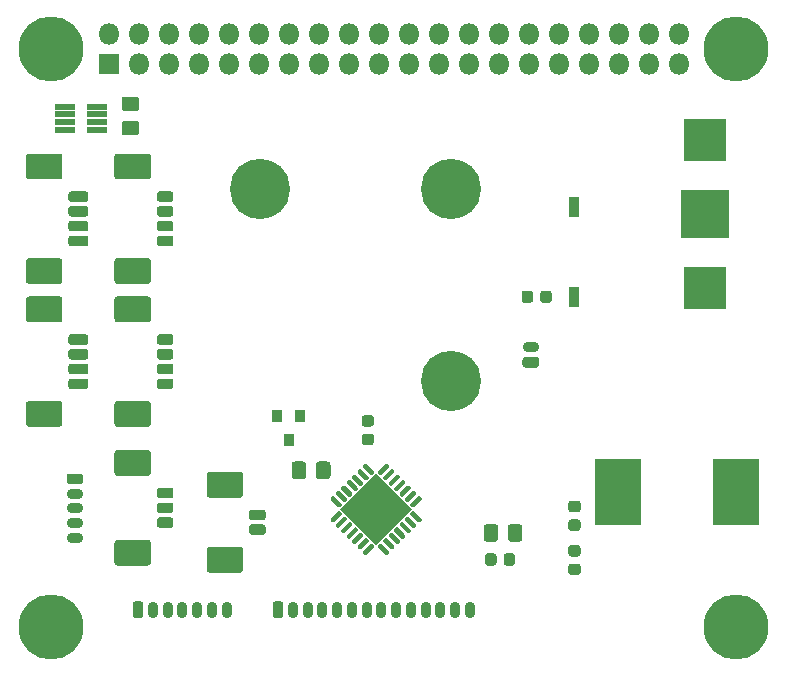
<source format=gts>
%TF.GenerationSoftware,KiCad,Pcbnew,5.1.6*%
%TF.CreationDate,2020-09-14T14:33:22+02:00*%
%TF.ProjectId,pi-shield,70692d73-6869-4656-9c64-2e6b69636164,rev?*%
%TF.SameCoordinates,Original*%
%TF.FileFunction,Soldermask,Top*%
%TF.FilePolarity,Negative*%
%FSLAX46Y46*%
G04 Gerber Fmt 4.6, Leading zero omitted, Abs format (unit mm)*
G04 Created by KiCad (PCBNEW 5.1.6) date 2020-09-14 14:33:22*
%MOMM*%
%LPD*%
G01*
G04 APERTURE LIST*
%ADD10R,3.600000X3.600000*%
%ADD11R,4.100000X4.100000*%
%ADD12R,3.950000X5.600000*%
%ADD13R,1.660000X0.500000*%
%ADD14C,0.900000*%
%ADD15C,5.100000*%
%ADD16C,5.500000*%
%ADD17R,1.800000X1.800000*%
%ADD18O,1.800000X1.800000*%
%ADD19O,1.400000X0.900000*%
%ADD20C,0.100000*%
%ADD21R,0.860000X1.700000*%
%ADD22R,0.900000X1.000000*%
%ADD23O,0.900000X1.400000*%
G04 APERTURE END LIST*
D10*
%TO.C,BT1*%
X95350000Y-60300000D03*
X95350000Y-47700000D03*
D11*
X95350000Y-54000000D03*
%TD*%
D12*
%TO.C,L1*%
X97975000Y-77500000D03*
X88025000Y-77500000D03*
%TD*%
D13*
%TO.C,U2*%
X43850000Y-46880000D03*
X43850000Y-46230000D03*
X43850000Y-45570000D03*
X43850000Y-44920000D03*
X41150000Y-44920000D03*
X41150000Y-45570000D03*
X41150000Y-46230000D03*
X41150000Y-46880000D03*
%TD*%
%TO.C,C4*%
G36*
G01*
X46221738Y-44050000D02*
X47178262Y-44050000D01*
G75*
G02*
X47450000Y-44321738I0J-271738D01*
G01*
X47450000Y-45028262D01*
G75*
G02*
X47178262Y-45300000I-271738J0D01*
G01*
X46221738Y-45300000D01*
G75*
G02*
X45950000Y-45028262I0J271738D01*
G01*
X45950000Y-44321738D01*
G75*
G02*
X46221738Y-44050000I271738J0D01*
G01*
G37*
G36*
G01*
X46221738Y-46100000D02*
X47178262Y-46100000D01*
G75*
G02*
X47450000Y-46371738I0J-271738D01*
G01*
X47450000Y-47078262D01*
G75*
G02*
X47178262Y-47350000I-271738J0D01*
G01*
X46221738Y-47350000D01*
G75*
G02*
X45950000Y-47078262I0J271738D01*
G01*
X45950000Y-46371738D01*
G75*
G02*
X46221738Y-46100000I271738J0D01*
G01*
G37*
%TD*%
%TO.C,C6*%
G36*
G01*
X61600000Y-75221738D02*
X61600000Y-76178262D01*
G75*
G02*
X61328262Y-76450000I-271738J0D01*
G01*
X60621738Y-76450000D01*
G75*
G02*
X60350000Y-76178262I0J271738D01*
G01*
X60350000Y-75221738D01*
G75*
G02*
X60621738Y-74950000I271738J0D01*
G01*
X61328262Y-74950000D01*
G75*
G02*
X61600000Y-75221738I0J-271738D01*
G01*
G37*
G36*
G01*
X63650000Y-75221738D02*
X63650000Y-76178262D01*
G75*
G02*
X63378262Y-76450000I-271738J0D01*
G01*
X62671738Y-76450000D01*
G75*
G02*
X62400000Y-76178262I0J271738D01*
G01*
X62400000Y-75221738D01*
G75*
G02*
X62671738Y-74950000I271738J0D01*
G01*
X63378262Y-74950000D01*
G75*
G02*
X63650000Y-75221738I0J-271738D01*
G01*
G37*
%TD*%
%TO.C,D1*%
G36*
G01*
X79900000Y-80521738D02*
X79900000Y-81478262D01*
G75*
G02*
X79628262Y-81750000I-271738J0D01*
G01*
X78921738Y-81750000D01*
G75*
G02*
X78650000Y-81478262I0J271738D01*
G01*
X78650000Y-80521738D01*
G75*
G02*
X78921738Y-80250000I271738J0D01*
G01*
X79628262Y-80250000D01*
G75*
G02*
X79900000Y-80521738I0J-271738D01*
G01*
G37*
G36*
G01*
X77850000Y-80521738D02*
X77850000Y-81478262D01*
G75*
G02*
X77578262Y-81750000I-271738J0D01*
G01*
X76871738Y-81750000D01*
G75*
G02*
X76600000Y-81478262I0J271738D01*
G01*
X76600000Y-80521738D01*
G75*
G02*
X76871738Y-80250000I271738J0D01*
G01*
X77578262Y-80250000D01*
G75*
G02*
X77850000Y-80521738I0J-271738D01*
G01*
G37*
%TD*%
D14*
%TO.C,H1*%
X75175825Y-50574175D03*
X73850000Y-50025000D03*
X72524175Y-50574175D03*
X71975000Y-51900000D03*
X72524175Y-53225825D03*
X73850000Y-53775000D03*
X75175825Y-53225825D03*
X75725000Y-51900000D03*
D15*
X73850000Y-51900000D03*
%TD*%
%TO.C,H2*%
X73850000Y-68100000D03*
D14*
X75725000Y-68100000D03*
X75175825Y-69425825D03*
X73850000Y-69975000D03*
X72524175Y-69425825D03*
X71975000Y-68100000D03*
X72524175Y-66774175D03*
X73850000Y-66225000D03*
X75175825Y-66774175D03*
%TD*%
D15*
%TO.C,H3*%
X57650000Y-51900000D03*
D14*
X59525000Y-51900000D03*
X58975825Y-53225825D03*
X57650000Y-53775000D03*
X56324175Y-53225825D03*
X55775000Y-51900000D03*
X56324175Y-50574175D03*
X57650000Y-50025000D03*
X58975825Y-50574175D03*
%TD*%
%TO.C,H5*%
X41431891Y-87568109D03*
X40000000Y-86975000D03*
X38568109Y-87568109D03*
X37975000Y-89000000D03*
X38568109Y-90431891D03*
X40000000Y-91025000D03*
X41431891Y-90431891D03*
X42025000Y-89000000D03*
D16*
X40000000Y-89000000D03*
%TD*%
%TO.C,H6*%
X98000000Y-40000000D03*
D14*
X100025000Y-40000000D03*
X99431891Y-41431891D03*
X98000000Y-42025000D03*
X96568109Y-41431891D03*
X95975000Y-40000000D03*
X96568109Y-38568109D03*
X98000000Y-37975000D03*
X99431891Y-38568109D03*
%TD*%
%TO.C,H7*%
X99431891Y-87568109D03*
X98000000Y-86975000D03*
X96568109Y-87568109D03*
X95975000Y-89000000D03*
X96568109Y-90431891D03*
X98000000Y-91025000D03*
X99431891Y-90431891D03*
X100025000Y-89000000D03*
D16*
X98000000Y-89000000D03*
%TD*%
%TO.C,H8*%
X40000000Y-40000000D03*
D14*
X42025000Y-40000000D03*
X41431891Y-41431891D03*
X40000000Y-42025000D03*
X38568109Y-41431891D03*
X37975000Y-40000000D03*
X38568109Y-38568109D03*
X40000000Y-37975000D03*
X41431891Y-38568109D03*
%TD*%
D17*
%TO.C,J1*%
X44870000Y-41270000D03*
D18*
X44870000Y-38730000D03*
X47410000Y-41270000D03*
X47410000Y-38730000D03*
X49950000Y-41270000D03*
X49950000Y-38730000D03*
X52490000Y-41270000D03*
X52490000Y-38730000D03*
X55030000Y-41270000D03*
X55030000Y-38730000D03*
X57570000Y-41270000D03*
X57570000Y-38730000D03*
X60110000Y-41270000D03*
X60110000Y-38730000D03*
X62650000Y-41270000D03*
X62650000Y-38730000D03*
X65190000Y-41270000D03*
X65190000Y-38730000D03*
X67730000Y-41270000D03*
X67730000Y-38730000D03*
X70270000Y-41270000D03*
X70270000Y-38730000D03*
X72810000Y-41270000D03*
X72810000Y-38730000D03*
X75350000Y-41270000D03*
X75350000Y-38730000D03*
X77890000Y-41270000D03*
X77890000Y-38730000D03*
X80430000Y-41270000D03*
X80430000Y-38730000D03*
X82970000Y-41270000D03*
X82970000Y-38730000D03*
X85510000Y-41270000D03*
X85510000Y-38730000D03*
X88050000Y-41270000D03*
X88050000Y-38730000D03*
X90590000Y-41270000D03*
X90590000Y-38730000D03*
X93130000Y-41270000D03*
X93130000Y-38730000D03*
%TD*%
%TO.C,J4*%
G36*
G01*
X81075000Y-67000000D02*
X80125000Y-67000000D01*
G75*
G02*
X79900000Y-66775000I0J225000D01*
G01*
X79900000Y-66325000D01*
G75*
G02*
X80125000Y-66100000I225000J0D01*
G01*
X81075000Y-66100000D01*
G75*
G02*
X81300000Y-66325000I0J-225000D01*
G01*
X81300000Y-66775000D01*
G75*
G02*
X81075000Y-67000000I-225000J0D01*
G01*
G37*
D19*
X80600000Y-65300000D03*
%TD*%
%TO.C,U4*%
G36*
G01*
X63787689Y-80096015D02*
X63646267Y-79954594D01*
G75*
G02*
X63646267Y-79813172I70711J70711D01*
G01*
X64300341Y-79159098D01*
G75*
G02*
X64441763Y-79159098I70711J-70711D01*
G01*
X64583185Y-79300520D01*
G75*
G02*
X64583185Y-79441942I-70711J-70711D01*
G01*
X63929111Y-80096016D01*
G75*
G02*
X63787689Y-80096016I-70711J70711D01*
G01*
G37*
G36*
G01*
X64247309Y-80555635D02*
X64105887Y-80414214D01*
G75*
G02*
X64105887Y-80272792I70711J70711D01*
G01*
X64759961Y-79618718D01*
G75*
G02*
X64901383Y-79618718I70711J-70711D01*
G01*
X65042805Y-79760140D01*
G75*
G02*
X65042805Y-79901562I-70711J-70711D01*
G01*
X64388731Y-80555636D01*
G75*
G02*
X64247309Y-80555636I-70711J70711D01*
G01*
G37*
G36*
G01*
X64706928Y-81015254D02*
X64565506Y-80873833D01*
G75*
G02*
X64565506Y-80732411I70711J70711D01*
G01*
X65219580Y-80078337D01*
G75*
G02*
X65361002Y-80078337I70711J-70711D01*
G01*
X65502424Y-80219759D01*
G75*
G02*
X65502424Y-80361181I-70711J-70711D01*
G01*
X64848350Y-81015255D01*
G75*
G02*
X64706928Y-81015255I-70711J70711D01*
G01*
G37*
G36*
G01*
X65166548Y-81474873D02*
X65025126Y-81333452D01*
G75*
G02*
X65025126Y-81192030I70711J70711D01*
G01*
X65679200Y-80537956D01*
G75*
G02*
X65820622Y-80537956I70711J-70711D01*
G01*
X65962044Y-80679378D01*
G75*
G02*
X65962044Y-80820800I-70711J-70711D01*
G01*
X65307970Y-81474874D01*
G75*
G02*
X65166548Y-81474874I-70711J70711D01*
G01*
G37*
G36*
G01*
X65626167Y-81934493D02*
X65484745Y-81793072D01*
G75*
G02*
X65484745Y-81651650I70711J70711D01*
G01*
X66138819Y-80997576D01*
G75*
G02*
X66280241Y-80997576I70711J-70711D01*
G01*
X66421663Y-81138998D01*
G75*
G02*
X66421663Y-81280420I-70711J-70711D01*
G01*
X65767589Y-81934494D01*
G75*
G02*
X65626167Y-81934494I-70711J70711D01*
G01*
G37*
G36*
G01*
X66085786Y-82394112D02*
X65944364Y-82252691D01*
G75*
G02*
X65944364Y-82111269I70711J70711D01*
G01*
X66598438Y-81457195D01*
G75*
G02*
X66739860Y-81457195I70711J-70711D01*
G01*
X66881282Y-81598617D01*
G75*
G02*
X66881282Y-81740039I-70711J-70711D01*
G01*
X66227208Y-82394113D01*
G75*
G02*
X66085786Y-82394113I-70711J70711D01*
G01*
G37*
G36*
G01*
X66545406Y-82853732D02*
X66403984Y-82712311D01*
G75*
G02*
X66403984Y-82570889I70711J70711D01*
G01*
X67058058Y-81916815D01*
G75*
G02*
X67199480Y-81916815I70711J-70711D01*
G01*
X67340902Y-82058237D01*
G75*
G02*
X67340902Y-82199659I-70711J-70711D01*
G01*
X66686828Y-82853733D01*
G75*
G02*
X66545406Y-82853733I-70711J70711D01*
G01*
G37*
G36*
G01*
X68313173Y-82853732D02*
X67659098Y-82199659D01*
G75*
G02*
X67659098Y-82058237I70711J70711D01*
G01*
X67800520Y-81916815D01*
G75*
G02*
X67941942Y-81916815I70711J-70711D01*
G01*
X68596016Y-82570889D01*
G75*
G02*
X68596016Y-82712311I-70711J-70711D01*
G01*
X68454594Y-82853733D01*
G75*
G02*
X68313172Y-82853733I-70711J70711D01*
G01*
G37*
G36*
G01*
X68772793Y-82394112D02*
X68118718Y-81740039D01*
G75*
G02*
X68118718Y-81598617I70711J70711D01*
G01*
X68260140Y-81457195D01*
G75*
G02*
X68401562Y-81457195I70711J-70711D01*
G01*
X69055636Y-82111269D01*
G75*
G02*
X69055636Y-82252691I-70711J-70711D01*
G01*
X68914214Y-82394113D01*
G75*
G02*
X68772792Y-82394113I-70711J70711D01*
G01*
G37*
G36*
G01*
X69232412Y-81934493D02*
X68578337Y-81280420D01*
G75*
G02*
X68578337Y-81138998I70711J70711D01*
G01*
X68719759Y-80997576D01*
G75*
G02*
X68861181Y-80997576I70711J-70711D01*
G01*
X69515255Y-81651650D01*
G75*
G02*
X69515255Y-81793072I-70711J-70711D01*
G01*
X69373833Y-81934494D01*
G75*
G02*
X69232411Y-81934494I-70711J70711D01*
G01*
G37*
G36*
G01*
X69692031Y-81474873D02*
X69037956Y-80820800D01*
G75*
G02*
X69037956Y-80679378I70711J70711D01*
G01*
X69179378Y-80537956D01*
G75*
G02*
X69320800Y-80537956I70711J-70711D01*
G01*
X69974874Y-81192030D01*
G75*
G02*
X69974874Y-81333452I-70711J-70711D01*
G01*
X69833452Y-81474874D01*
G75*
G02*
X69692030Y-81474874I-70711J70711D01*
G01*
G37*
G36*
G01*
X70151651Y-81015254D02*
X69497576Y-80361181D01*
G75*
G02*
X69497576Y-80219759I70711J70711D01*
G01*
X69638998Y-80078337D01*
G75*
G02*
X69780420Y-80078337I70711J-70711D01*
G01*
X70434494Y-80732411D01*
G75*
G02*
X70434494Y-80873833I-70711J-70711D01*
G01*
X70293072Y-81015255D01*
G75*
G02*
X70151650Y-81015255I-70711J70711D01*
G01*
G37*
G36*
G01*
X70611270Y-80555635D02*
X69957195Y-79901562D01*
G75*
G02*
X69957195Y-79760140I70711J70711D01*
G01*
X70098617Y-79618718D01*
G75*
G02*
X70240039Y-79618718I70711J-70711D01*
G01*
X70894113Y-80272792D01*
G75*
G02*
X70894113Y-80414214I-70711J-70711D01*
G01*
X70752691Y-80555636D01*
G75*
G02*
X70611269Y-80555636I-70711J70711D01*
G01*
G37*
G36*
G01*
X71070890Y-80096015D02*
X70416815Y-79441942D01*
G75*
G02*
X70416815Y-79300520I70711J70711D01*
G01*
X70558237Y-79159098D01*
G75*
G02*
X70699659Y-79159098I70711J-70711D01*
G01*
X71353733Y-79813172D01*
G75*
G02*
X71353733Y-79954594I-70711J-70711D01*
G01*
X71212311Y-80096016D01*
G75*
G02*
X71070889Y-80096016I-70711J70711D01*
G01*
G37*
G36*
G01*
X70558237Y-78840901D02*
X70416815Y-78699480D01*
G75*
G02*
X70416815Y-78558058I70711J70711D01*
G01*
X71070889Y-77903984D01*
G75*
G02*
X71212311Y-77903984I70711J-70711D01*
G01*
X71353733Y-78045406D01*
G75*
G02*
X71353733Y-78186828I-70711J-70711D01*
G01*
X70699659Y-78840902D01*
G75*
G02*
X70558237Y-78840902I-70711J70711D01*
G01*
G37*
G36*
G01*
X70098617Y-78381281D02*
X69957195Y-78239860D01*
G75*
G02*
X69957195Y-78098438I70711J70711D01*
G01*
X70611269Y-77444364D01*
G75*
G02*
X70752691Y-77444364I70711J-70711D01*
G01*
X70894113Y-77585786D01*
G75*
G02*
X70894113Y-77727208I-70711J-70711D01*
G01*
X70240039Y-78381282D01*
G75*
G02*
X70098617Y-78381282I-70711J70711D01*
G01*
G37*
G36*
G01*
X69638998Y-77921662D02*
X69497576Y-77780241D01*
G75*
G02*
X69497576Y-77638819I70711J70711D01*
G01*
X70151650Y-76984745D01*
G75*
G02*
X70293072Y-76984745I70711J-70711D01*
G01*
X70434494Y-77126167D01*
G75*
G02*
X70434494Y-77267589I-70711J-70711D01*
G01*
X69780420Y-77921663D01*
G75*
G02*
X69638998Y-77921663I-70711J70711D01*
G01*
G37*
G36*
G01*
X69179378Y-77462043D02*
X69037956Y-77320622D01*
G75*
G02*
X69037956Y-77179200I70711J70711D01*
G01*
X69692030Y-76525126D01*
G75*
G02*
X69833452Y-76525126I70711J-70711D01*
G01*
X69974874Y-76666548D01*
G75*
G02*
X69974874Y-76807970I-70711J-70711D01*
G01*
X69320800Y-77462044D01*
G75*
G02*
X69179378Y-77462044I-70711J70711D01*
G01*
G37*
G36*
G01*
X68719759Y-77002423D02*
X68578337Y-76861002D01*
G75*
G02*
X68578337Y-76719580I70711J70711D01*
G01*
X69232411Y-76065506D01*
G75*
G02*
X69373833Y-76065506I70711J-70711D01*
G01*
X69515255Y-76206928D01*
G75*
G02*
X69515255Y-76348350I-70711J-70711D01*
G01*
X68861181Y-77002424D01*
G75*
G02*
X68719759Y-77002424I-70711J70711D01*
G01*
G37*
G36*
G01*
X68260140Y-76542804D02*
X68118718Y-76401383D01*
G75*
G02*
X68118718Y-76259961I70711J70711D01*
G01*
X68772792Y-75605887D01*
G75*
G02*
X68914214Y-75605887I70711J-70711D01*
G01*
X69055636Y-75747309D01*
G75*
G02*
X69055636Y-75888731I-70711J-70711D01*
G01*
X68401562Y-76542805D01*
G75*
G02*
X68260140Y-76542805I-70711J70711D01*
G01*
G37*
G36*
G01*
X67800520Y-76083184D02*
X67659098Y-75941763D01*
G75*
G02*
X67659098Y-75800341I70711J70711D01*
G01*
X68313172Y-75146267D01*
G75*
G02*
X68454594Y-75146267I70711J-70711D01*
G01*
X68596016Y-75287689D01*
G75*
G02*
X68596016Y-75429111I-70711J-70711D01*
G01*
X67941942Y-76083185D01*
G75*
G02*
X67800520Y-76083185I-70711J70711D01*
G01*
G37*
G36*
G01*
X67058059Y-76083184D02*
X66403984Y-75429111D01*
G75*
G02*
X66403984Y-75287689I70711J70711D01*
G01*
X66545406Y-75146267D01*
G75*
G02*
X66686828Y-75146267I70711J-70711D01*
G01*
X67340902Y-75800341D01*
G75*
G02*
X67340902Y-75941763I-70711J-70711D01*
G01*
X67199480Y-76083185D01*
G75*
G02*
X67058058Y-76083185I-70711J70711D01*
G01*
G37*
G36*
G01*
X66598439Y-76542804D02*
X65944364Y-75888731D01*
G75*
G02*
X65944364Y-75747309I70711J70711D01*
G01*
X66085786Y-75605887D01*
G75*
G02*
X66227208Y-75605887I70711J-70711D01*
G01*
X66881282Y-76259961D01*
G75*
G02*
X66881282Y-76401383I-70711J-70711D01*
G01*
X66739860Y-76542805D01*
G75*
G02*
X66598438Y-76542805I-70711J70711D01*
G01*
G37*
G36*
G01*
X66138820Y-77002423D02*
X65484745Y-76348350D01*
G75*
G02*
X65484745Y-76206928I70711J70711D01*
G01*
X65626167Y-76065506D01*
G75*
G02*
X65767589Y-76065506I70711J-70711D01*
G01*
X66421663Y-76719580D01*
G75*
G02*
X66421663Y-76861002I-70711J-70711D01*
G01*
X66280241Y-77002424D01*
G75*
G02*
X66138819Y-77002424I-70711J70711D01*
G01*
G37*
G36*
G01*
X65679201Y-77462043D02*
X65025126Y-76807970D01*
G75*
G02*
X65025126Y-76666548I70711J70711D01*
G01*
X65166548Y-76525126D01*
G75*
G02*
X65307970Y-76525126I70711J-70711D01*
G01*
X65962044Y-77179200D01*
G75*
G02*
X65962044Y-77320622I-70711J-70711D01*
G01*
X65820622Y-77462044D01*
G75*
G02*
X65679200Y-77462044I-70711J70711D01*
G01*
G37*
G36*
G01*
X65219581Y-77921662D02*
X64565506Y-77267589D01*
G75*
G02*
X64565506Y-77126167I70711J70711D01*
G01*
X64706928Y-76984745D01*
G75*
G02*
X64848350Y-76984745I70711J-70711D01*
G01*
X65502424Y-77638819D01*
G75*
G02*
X65502424Y-77780241I-70711J-70711D01*
G01*
X65361002Y-77921663D01*
G75*
G02*
X65219580Y-77921663I-70711J70711D01*
G01*
G37*
G36*
G01*
X64759962Y-78381281D02*
X64105887Y-77727208D01*
G75*
G02*
X64105887Y-77585786I70711J70711D01*
G01*
X64247309Y-77444364D01*
G75*
G02*
X64388731Y-77444364I70711J-70711D01*
G01*
X65042805Y-78098438D01*
G75*
G02*
X65042805Y-78239860I-70711J-70711D01*
G01*
X64901383Y-78381282D01*
G75*
G02*
X64759961Y-78381282I-70711J70711D01*
G01*
G37*
G36*
G01*
X64300342Y-78840901D02*
X63646267Y-78186828D01*
G75*
G02*
X63646267Y-78045406I70711J70711D01*
G01*
X63787689Y-77903984D01*
G75*
G02*
X63929111Y-77903984I70711J-70711D01*
G01*
X64583185Y-78558058D01*
G75*
G02*
X64583185Y-78699480I-70711J-70711D01*
G01*
X64441763Y-78840902D01*
G75*
G02*
X64300341Y-78840902I-70711J70711D01*
G01*
G37*
D20*
G36*
X67500000Y-82075914D02*
G01*
X64424086Y-79000000D01*
X67500000Y-75924086D01*
X70575914Y-79000000D01*
X67500000Y-82075914D01*
G37*
%TD*%
%TO.C,J5*%
G36*
G01*
X41525000Y-75975000D02*
X42475000Y-75975000D01*
G75*
G02*
X42700000Y-76200000I0J-225000D01*
G01*
X42700000Y-76650000D01*
G75*
G02*
X42475000Y-76875000I-225000J0D01*
G01*
X41525000Y-76875000D01*
G75*
G02*
X41300000Y-76650000I0J225000D01*
G01*
X41300000Y-76200000D01*
G75*
G02*
X41525000Y-75975000I225000J0D01*
G01*
G37*
D19*
X42000000Y-77675000D03*
X42000000Y-78925000D03*
X42000000Y-80175000D03*
X42000000Y-81425000D03*
%TD*%
D21*
%TO.C,SW1*%
X84300000Y-61010000D03*
X84300000Y-53390000D03*
%TD*%
%TO.C,J8*%
G36*
G01*
X41675000Y-64175000D02*
X42925000Y-64175000D01*
G75*
G02*
X43150000Y-64400000I0J-225000D01*
G01*
X43150000Y-64850000D01*
G75*
G02*
X42925000Y-65075000I-225000J0D01*
G01*
X41675000Y-65075000D01*
G75*
G02*
X41450000Y-64850000I0J225000D01*
G01*
X41450000Y-64400000D01*
G75*
G02*
X41675000Y-64175000I225000J0D01*
G01*
G37*
G36*
G01*
X41675000Y-65425000D02*
X42925000Y-65425000D01*
G75*
G02*
X43150000Y-65650000I0J-225000D01*
G01*
X43150000Y-66100000D01*
G75*
G02*
X42925000Y-66325000I-225000J0D01*
G01*
X41675000Y-66325000D01*
G75*
G02*
X41450000Y-66100000I0J225000D01*
G01*
X41450000Y-65650000D01*
G75*
G02*
X41675000Y-65425000I225000J0D01*
G01*
G37*
G36*
G01*
X41675000Y-66675000D02*
X42925000Y-66675000D01*
G75*
G02*
X43150000Y-66900000I0J-225000D01*
G01*
X43150000Y-67350000D01*
G75*
G02*
X42925000Y-67575000I-225000J0D01*
G01*
X41675000Y-67575000D01*
G75*
G02*
X41450000Y-67350000I0J225000D01*
G01*
X41450000Y-66900000D01*
G75*
G02*
X41675000Y-66675000I225000J0D01*
G01*
G37*
G36*
G01*
X41675000Y-67925000D02*
X42925000Y-67925000D01*
G75*
G02*
X43150000Y-68150000I0J-225000D01*
G01*
X43150000Y-68600000D01*
G75*
G02*
X42925000Y-68825000I-225000J0D01*
G01*
X41675000Y-68825000D01*
G75*
G02*
X41450000Y-68600000I0J225000D01*
G01*
X41450000Y-68150000D01*
G75*
G02*
X41675000Y-67925000I225000J0D01*
G01*
G37*
G36*
G01*
X38111905Y-60975000D02*
X40688095Y-60975000D01*
G75*
G02*
X40950000Y-61236905I0J-261905D01*
G01*
X40950000Y-62913095D01*
G75*
G02*
X40688095Y-63175000I-261905J0D01*
G01*
X38111905Y-63175000D01*
G75*
G02*
X37850000Y-62913095I0J261905D01*
G01*
X37850000Y-61236905D01*
G75*
G02*
X38111905Y-60975000I261905J0D01*
G01*
G37*
G36*
G01*
X38111905Y-69825000D02*
X40688095Y-69825000D01*
G75*
G02*
X40950000Y-70086905I0J-261905D01*
G01*
X40950000Y-71763095D01*
G75*
G02*
X40688095Y-72025000I-261905J0D01*
G01*
X38111905Y-72025000D01*
G75*
G02*
X37850000Y-71763095I0J261905D01*
G01*
X37850000Y-70086905D01*
G75*
G02*
X38111905Y-69825000I261905J0D01*
G01*
G37*
%TD*%
%TO.C,J9*%
G36*
G01*
X38111905Y-57725000D02*
X40688095Y-57725000D01*
G75*
G02*
X40950000Y-57986905I0J-261905D01*
G01*
X40950000Y-59663095D01*
G75*
G02*
X40688095Y-59925000I-261905J0D01*
G01*
X38111905Y-59925000D01*
G75*
G02*
X37850000Y-59663095I0J261905D01*
G01*
X37850000Y-57986905D01*
G75*
G02*
X38111905Y-57725000I261905J0D01*
G01*
G37*
G36*
G01*
X38111905Y-48875000D02*
X40688095Y-48875000D01*
G75*
G02*
X40950000Y-49136905I0J-261905D01*
G01*
X40950000Y-50813095D01*
G75*
G02*
X40688095Y-51075000I-261905J0D01*
G01*
X38111905Y-51075000D01*
G75*
G02*
X37850000Y-50813095I0J261905D01*
G01*
X37850000Y-49136905D01*
G75*
G02*
X38111905Y-48875000I261905J0D01*
G01*
G37*
G36*
G01*
X41675000Y-55825000D02*
X42925000Y-55825000D01*
G75*
G02*
X43150000Y-56050000I0J-225000D01*
G01*
X43150000Y-56500000D01*
G75*
G02*
X42925000Y-56725000I-225000J0D01*
G01*
X41675000Y-56725000D01*
G75*
G02*
X41450000Y-56500000I0J225000D01*
G01*
X41450000Y-56050000D01*
G75*
G02*
X41675000Y-55825000I225000J0D01*
G01*
G37*
G36*
G01*
X41675000Y-54575000D02*
X42925000Y-54575000D01*
G75*
G02*
X43150000Y-54800000I0J-225000D01*
G01*
X43150000Y-55250000D01*
G75*
G02*
X42925000Y-55475000I-225000J0D01*
G01*
X41675000Y-55475000D01*
G75*
G02*
X41450000Y-55250000I0J225000D01*
G01*
X41450000Y-54800000D01*
G75*
G02*
X41675000Y-54575000I225000J0D01*
G01*
G37*
G36*
G01*
X41675000Y-53325000D02*
X42925000Y-53325000D01*
G75*
G02*
X43150000Y-53550000I0J-225000D01*
G01*
X43150000Y-54000000D01*
G75*
G02*
X42925000Y-54225000I-225000J0D01*
G01*
X41675000Y-54225000D01*
G75*
G02*
X41450000Y-54000000I0J225000D01*
G01*
X41450000Y-53550000D01*
G75*
G02*
X41675000Y-53325000I225000J0D01*
G01*
G37*
G36*
G01*
X41675000Y-52075000D02*
X42925000Y-52075000D01*
G75*
G02*
X43150000Y-52300000I0J-225000D01*
G01*
X43150000Y-52750000D01*
G75*
G02*
X42925000Y-52975000I-225000J0D01*
G01*
X41675000Y-52975000D01*
G75*
G02*
X41450000Y-52750000I0J225000D01*
G01*
X41450000Y-52300000D01*
G75*
G02*
X41675000Y-52075000I225000J0D01*
G01*
G37*
%TD*%
D22*
%TO.C,Q1*%
X61050000Y-71100000D03*
X59150000Y-71100000D03*
X60100000Y-73100000D03*
%TD*%
%TO.C,J2*%
G36*
G01*
X49175000Y-52075000D02*
X50125000Y-52075000D01*
G75*
G02*
X50350000Y-52300000I0J-225000D01*
G01*
X50350000Y-52750000D01*
G75*
G02*
X50125000Y-52975000I-225000J0D01*
G01*
X49175000Y-52975000D01*
G75*
G02*
X48950000Y-52750000I0J225000D01*
G01*
X48950000Y-52300000D01*
G75*
G02*
X49175000Y-52075000I225000J0D01*
G01*
G37*
G36*
G01*
X49175000Y-53325000D02*
X50125000Y-53325000D01*
G75*
G02*
X50350000Y-53550000I0J-225000D01*
G01*
X50350000Y-54000000D01*
G75*
G02*
X50125000Y-54225000I-225000J0D01*
G01*
X49175000Y-54225000D01*
G75*
G02*
X48950000Y-54000000I0J225000D01*
G01*
X48950000Y-53550000D01*
G75*
G02*
X49175000Y-53325000I225000J0D01*
G01*
G37*
G36*
G01*
X49175000Y-54575000D02*
X50125000Y-54575000D01*
G75*
G02*
X50350000Y-54800000I0J-225000D01*
G01*
X50350000Y-55250000D01*
G75*
G02*
X50125000Y-55475000I-225000J0D01*
G01*
X49175000Y-55475000D01*
G75*
G02*
X48950000Y-55250000I0J225000D01*
G01*
X48950000Y-54800000D01*
G75*
G02*
X49175000Y-54575000I225000J0D01*
G01*
G37*
G36*
G01*
X49175000Y-55825000D02*
X50125000Y-55825000D01*
G75*
G02*
X50350000Y-56050000I0J-225000D01*
G01*
X50350000Y-56500000D01*
G75*
G02*
X50125000Y-56725000I-225000J0D01*
G01*
X49175000Y-56725000D01*
G75*
G02*
X48950000Y-56500000I0J225000D01*
G01*
X48950000Y-56050000D01*
G75*
G02*
X49175000Y-55825000I225000J0D01*
G01*
G37*
G36*
G01*
X45611905Y-48875000D02*
X48188095Y-48875000D01*
G75*
G02*
X48450000Y-49136905I0J-261905D01*
G01*
X48450000Y-50813095D01*
G75*
G02*
X48188095Y-51075000I-261905J0D01*
G01*
X45611905Y-51075000D01*
G75*
G02*
X45350000Y-50813095I0J261905D01*
G01*
X45350000Y-49136905D01*
G75*
G02*
X45611905Y-48875000I261905J0D01*
G01*
G37*
G36*
G01*
X45611905Y-57725000D02*
X48188095Y-57725000D01*
G75*
G02*
X48450000Y-57986905I0J-261905D01*
G01*
X48450000Y-59663095D01*
G75*
G02*
X48188095Y-59925000I-261905J0D01*
G01*
X45611905Y-59925000D01*
G75*
G02*
X45350000Y-59663095I0J261905D01*
G01*
X45350000Y-57986905D01*
G75*
G02*
X45611905Y-57725000I261905J0D01*
G01*
G37*
%TD*%
%TO.C,J3*%
G36*
G01*
X45611905Y-69825000D02*
X48188095Y-69825000D01*
G75*
G02*
X48450000Y-70086905I0J-261905D01*
G01*
X48450000Y-71763095D01*
G75*
G02*
X48188095Y-72025000I-261905J0D01*
G01*
X45611905Y-72025000D01*
G75*
G02*
X45350000Y-71763095I0J261905D01*
G01*
X45350000Y-70086905D01*
G75*
G02*
X45611905Y-69825000I261905J0D01*
G01*
G37*
G36*
G01*
X45611905Y-60975000D02*
X48188095Y-60975000D01*
G75*
G02*
X48450000Y-61236905I0J-261905D01*
G01*
X48450000Y-62913095D01*
G75*
G02*
X48188095Y-63175000I-261905J0D01*
G01*
X45611905Y-63175000D01*
G75*
G02*
X45350000Y-62913095I0J261905D01*
G01*
X45350000Y-61236905D01*
G75*
G02*
X45611905Y-60975000I261905J0D01*
G01*
G37*
G36*
G01*
X49175000Y-67925000D02*
X50125000Y-67925000D01*
G75*
G02*
X50350000Y-68150000I0J-225000D01*
G01*
X50350000Y-68600000D01*
G75*
G02*
X50125000Y-68825000I-225000J0D01*
G01*
X49175000Y-68825000D01*
G75*
G02*
X48950000Y-68600000I0J225000D01*
G01*
X48950000Y-68150000D01*
G75*
G02*
X49175000Y-67925000I225000J0D01*
G01*
G37*
G36*
G01*
X49175000Y-66675000D02*
X50125000Y-66675000D01*
G75*
G02*
X50350000Y-66900000I0J-225000D01*
G01*
X50350000Y-67350000D01*
G75*
G02*
X50125000Y-67575000I-225000J0D01*
G01*
X49175000Y-67575000D01*
G75*
G02*
X48950000Y-67350000I0J225000D01*
G01*
X48950000Y-66900000D01*
G75*
G02*
X49175000Y-66675000I225000J0D01*
G01*
G37*
G36*
G01*
X49175000Y-65425000D02*
X50125000Y-65425000D01*
G75*
G02*
X50350000Y-65650000I0J-225000D01*
G01*
X50350000Y-66100000D01*
G75*
G02*
X50125000Y-66325000I-225000J0D01*
G01*
X49175000Y-66325000D01*
G75*
G02*
X48950000Y-66100000I0J225000D01*
G01*
X48950000Y-65650000D01*
G75*
G02*
X49175000Y-65425000I225000J0D01*
G01*
G37*
G36*
G01*
X49175000Y-64175000D02*
X50125000Y-64175000D01*
G75*
G02*
X50350000Y-64400000I0J-225000D01*
G01*
X50350000Y-64850000D01*
G75*
G02*
X50125000Y-65075000I-225000J0D01*
G01*
X49175000Y-65075000D01*
G75*
G02*
X48950000Y-64850000I0J225000D01*
G01*
X48950000Y-64400000D01*
G75*
G02*
X49175000Y-64175000I225000J0D01*
G01*
G37*
%TD*%
%TO.C,J6*%
G36*
G01*
X46900000Y-87975000D02*
X46900000Y-87025000D01*
G75*
G02*
X47125000Y-86800000I225000J0D01*
G01*
X47575000Y-86800000D01*
G75*
G02*
X47800000Y-87025000I0J-225000D01*
G01*
X47800000Y-87975000D01*
G75*
G02*
X47575000Y-88200000I-225000J0D01*
G01*
X47125000Y-88200000D01*
G75*
G02*
X46900000Y-87975000I0J225000D01*
G01*
G37*
D23*
X48600000Y-87500000D03*
X49850000Y-87500000D03*
X51100000Y-87500000D03*
X52350000Y-87500000D03*
X53600000Y-87500000D03*
X54850000Y-87500000D03*
%TD*%
%TO.C,J7*%
G36*
G01*
X58750000Y-87975000D02*
X58750000Y-87025000D01*
G75*
G02*
X58975000Y-86800000I225000J0D01*
G01*
X59425000Y-86800000D01*
G75*
G02*
X59650000Y-87025000I0J-225000D01*
G01*
X59650000Y-87975000D01*
G75*
G02*
X59425000Y-88200000I-225000J0D01*
G01*
X58975000Y-88200000D01*
G75*
G02*
X58750000Y-87975000I0J225000D01*
G01*
G37*
X60450000Y-87500000D03*
X61700000Y-87500000D03*
X62950000Y-87500000D03*
X64200000Y-87500000D03*
X65450000Y-87500000D03*
X66700000Y-87500000D03*
X67950000Y-87500000D03*
X69200000Y-87500000D03*
X70450000Y-87500000D03*
X71700000Y-87500000D03*
X72950000Y-87500000D03*
X74200000Y-87500000D03*
X75450000Y-87500000D03*
%TD*%
%TO.C,J11*%
G36*
G01*
X56975000Y-79025000D02*
X57925000Y-79025000D01*
G75*
G02*
X58150000Y-79250000I0J-225000D01*
G01*
X58150000Y-79700000D01*
G75*
G02*
X57925000Y-79925000I-225000J0D01*
G01*
X56975000Y-79925000D01*
G75*
G02*
X56750000Y-79700000I0J225000D01*
G01*
X56750000Y-79250000D01*
G75*
G02*
X56975000Y-79025000I225000J0D01*
G01*
G37*
G36*
G01*
X56975000Y-80275000D02*
X57925000Y-80275000D01*
G75*
G02*
X58150000Y-80500000I0J-225000D01*
G01*
X58150000Y-80950000D01*
G75*
G02*
X57925000Y-81175000I-225000J0D01*
G01*
X56975000Y-81175000D01*
G75*
G02*
X56750000Y-80950000I0J225000D01*
G01*
X56750000Y-80500000D01*
G75*
G02*
X56975000Y-80275000I225000J0D01*
G01*
G37*
G36*
G01*
X53411905Y-75825000D02*
X55988095Y-75825000D01*
G75*
G02*
X56250000Y-76086905I0J-261905D01*
G01*
X56250000Y-77763095D01*
G75*
G02*
X55988095Y-78025000I-261905J0D01*
G01*
X53411905Y-78025000D01*
G75*
G02*
X53150000Y-77763095I0J261905D01*
G01*
X53150000Y-76086905D01*
G75*
G02*
X53411905Y-75825000I261905J0D01*
G01*
G37*
G36*
G01*
X53411905Y-82175000D02*
X55988095Y-82175000D01*
G75*
G02*
X56250000Y-82436905I0J-261905D01*
G01*
X56250000Y-84113095D01*
G75*
G02*
X55988095Y-84375000I-261905J0D01*
G01*
X53411905Y-84375000D01*
G75*
G02*
X53150000Y-84113095I0J261905D01*
G01*
X53150000Y-82436905D01*
G75*
G02*
X53411905Y-82175000I261905J0D01*
G01*
G37*
%TD*%
%TO.C,R10*%
G36*
G01*
X67081250Y-73575000D02*
X66518750Y-73575000D01*
G75*
G02*
X66275000Y-73331250I0J243750D01*
G01*
X66275000Y-72843750D01*
G75*
G02*
X66518750Y-72600000I243750J0D01*
G01*
X67081250Y-72600000D01*
G75*
G02*
X67325000Y-72843750I0J-243750D01*
G01*
X67325000Y-73331250D01*
G75*
G02*
X67081250Y-73575000I-243750J0D01*
G01*
G37*
G36*
G01*
X67081250Y-72000000D02*
X66518750Y-72000000D01*
G75*
G02*
X66275000Y-71756250I0J243750D01*
G01*
X66275000Y-71268750D01*
G75*
G02*
X66518750Y-71025000I243750J0D01*
G01*
X67081250Y-71025000D01*
G75*
G02*
X67325000Y-71268750I0J-243750D01*
G01*
X67325000Y-71756250D01*
G75*
G02*
X67081250Y-72000000I-243750J0D01*
G01*
G37*
%TD*%
%TO.C,R2*%
G36*
G01*
X79825000Y-61281250D02*
X79825000Y-60718750D01*
G75*
G02*
X80068750Y-60475000I243750J0D01*
G01*
X80556250Y-60475000D01*
G75*
G02*
X80800000Y-60718750I0J-243750D01*
G01*
X80800000Y-61281250D01*
G75*
G02*
X80556250Y-61525000I-243750J0D01*
G01*
X80068750Y-61525000D01*
G75*
G02*
X79825000Y-61281250I0J243750D01*
G01*
G37*
G36*
G01*
X81400000Y-61281250D02*
X81400000Y-60718750D01*
G75*
G02*
X81643750Y-60475000I243750J0D01*
G01*
X82131250Y-60475000D01*
G75*
G02*
X82375000Y-60718750I0J-243750D01*
G01*
X82375000Y-61281250D01*
G75*
G02*
X82131250Y-61525000I-243750J0D01*
G01*
X81643750Y-61525000D01*
G75*
G02*
X81400000Y-61281250I0J243750D01*
G01*
G37*
%TD*%
%TO.C,R3*%
G36*
G01*
X79275000Y-82968750D02*
X79275000Y-83531250D01*
G75*
G02*
X79031250Y-83775000I-243750J0D01*
G01*
X78543750Y-83775000D01*
G75*
G02*
X78300000Y-83531250I0J243750D01*
G01*
X78300000Y-82968750D01*
G75*
G02*
X78543750Y-82725000I243750J0D01*
G01*
X79031250Y-82725000D01*
G75*
G02*
X79275000Y-82968750I0J-243750D01*
G01*
G37*
G36*
G01*
X77700000Y-82968750D02*
X77700000Y-83531250D01*
G75*
G02*
X77456250Y-83775000I-243750J0D01*
G01*
X76968750Y-83775000D01*
G75*
G02*
X76725000Y-83531250I0J243750D01*
G01*
X76725000Y-82968750D01*
G75*
G02*
X76968750Y-82725000I243750J0D01*
G01*
X77456250Y-82725000D01*
G75*
G02*
X77700000Y-82968750I0J-243750D01*
G01*
G37*
%TD*%
%TO.C,R4*%
G36*
G01*
X84018750Y-79850000D02*
X84581250Y-79850000D01*
G75*
G02*
X84825000Y-80093750I0J-243750D01*
G01*
X84825000Y-80581250D01*
G75*
G02*
X84581250Y-80825000I-243750J0D01*
G01*
X84018750Y-80825000D01*
G75*
G02*
X83775000Y-80581250I0J243750D01*
G01*
X83775000Y-80093750D01*
G75*
G02*
X84018750Y-79850000I243750J0D01*
G01*
G37*
G36*
G01*
X84018750Y-78275000D02*
X84581250Y-78275000D01*
G75*
G02*
X84825000Y-78518750I0J-243750D01*
G01*
X84825000Y-79006250D01*
G75*
G02*
X84581250Y-79250000I-243750J0D01*
G01*
X84018750Y-79250000D01*
G75*
G02*
X83775000Y-79006250I0J243750D01*
G01*
X83775000Y-78518750D01*
G75*
G02*
X84018750Y-78275000I243750J0D01*
G01*
G37*
%TD*%
%TO.C,R5*%
G36*
G01*
X84018750Y-82025000D02*
X84581250Y-82025000D01*
G75*
G02*
X84825000Y-82268750I0J-243750D01*
G01*
X84825000Y-82756250D01*
G75*
G02*
X84581250Y-83000000I-243750J0D01*
G01*
X84018750Y-83000000D01*
G75*
G02*
X83775000Y-82756250I0J243750D01*
G01*
X83775000Y-82268750D01*
G75*
G02*
X84018750Y-82025000I243750J0D01*
G01*
G37*
G36*
G01*
X84018750Y-83600000D02*
X84581250Y-83600000D01*
G75*
G02*
X84825000Y-83843750I0J-243750D01*
G01*
X84825000Y-84331250D01*
G75*
G02*
X84581250Y-84575000I-243750J0D01*
G01*
X84018750Y-84575000D01*
G75*
G02*
X83775000Y-84331250I0J243750D01*
G01*
X83775000Y-83843750D01*
G75*
G02*
X84018750Y-83600000I243750J0D01*
G01*
G37*
%TD*%
%TO.C,J12*%
G36*
G01*
X49175000Y-77175000D02*
X50125000Y-77175000D01*
G75*
G02*
X50350000Y-77400000I0J-225000D01*
G01*
X50350000Y-77850000D01*
G75*
G02*
X50125000Y-78075000I-225000J0D01*
G01*
X49175000Y-78075000D01*
G75*
G02*
X48950000Y-77850000I0J225000D01*
G01*
X48950000Y-77400000D01*
G75*
G02*
X49175000Y-77175000I225000J0D01*
G01*
G37*
G36*
G01*
X49175000Y-78425000D02*
X50125000Y-78425000D01*
G75*
G02*
X50350000Y-78650000I0J-225000D01*
G01*
X50350000Y-79100000D01*
G75*
G02*
X50125000Y-79325000I-225000J0D01*
G01*
X49175000Y-79325000D01*
G75*
G02*
X48950000Y-79100000I0J225000D01*
G01*
X48950000Y-78650000D01*
G75*
G02*
X49175000Y-78425000I225000J0D01*
G01*
G37*
G36*
G01*
X49175000Y-79675000D02*
X50125000Y-79675000D01*
G75*
G02*
X50350000Y-79900000I0J-225000D01*
G01*
X50350000Y-80350000D01*
G75*
G02*
X50125000Y-80575000I-225000J0D01*
G01*
X49175000Y-80575000D01*
G75*
G02*
X48950000Y-80350000I0J225000D01*
G01*
X48950000Y-79900000D01*
G75*
G02*
X49175000Y-79675000I225000J0D01*
G01*
G37*
G36*
G01*
X45611905Y-73975000D02*
X48188095Y-73975000D01*
G75*
G02*
X48450000Y-74236905I0J-261905D01*
G01*
X48450000Y-75913095D01*
G75*
G02*
X48188095Y-76175000I-261905J0D01*
G01*
X45611905Y-76175000D01*
G75*
G02*
X45350000Y-75913095I0J261905D01*
G01*
X45350000Y-74236905D01*
G75*
G02*
X45611905Y-73975000I261905J0D01*
G01*
G37*
G36*
G01*
X45611905Y-81575000D02*
X48188095Y-81575000D01*
G75*
G02*
X48450000Y-81836905I0J-261905D01*
G01*
X48450000Y-83513095D01*
G75*
G02*
X48188095Y-83775000I-261905J0D01*
G01*
X45611905Y-83775000D01*
G75*
G02*
X45350000Y-83513095I0J261905D01*
G01*
X45350000Y-81836905D01*
G75*
G02*
X45611905Y-81575000I261905J0D01*
G01*
G37*
%TD*%
M02*

</source>
